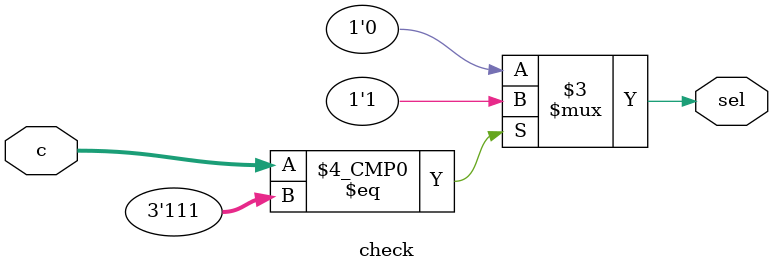
<source format=v>
`timescale 1ns / 1ps


module count_select(clock, load, sel);
input clock, load;
output sel;

wire [2:0] c;
counter count_selectStage0(clock, load, c);
check count_selectStage1(c, sel);

endmodule

module counter(clock, load, c);
input clock, load;
output reg [2:0] c;
reg stop;
//wire reset;
//assign reset = ~load;
always@(posedge clock)
begin

if(c==3'b111 || stop == 1'b1)
begin
stop <= 1;
end
else if(load)
c <= c+1;
if(!load)
begin
c<=0;
stop <=0;
end
end

endmodule

module check(c, sel);
input [2:0] c;
output reg sel;

always@(*)
case(c)
    3'b111:
        sel = 1;
    default:
        sel = 0;
endcase        

endmodule
</source>
